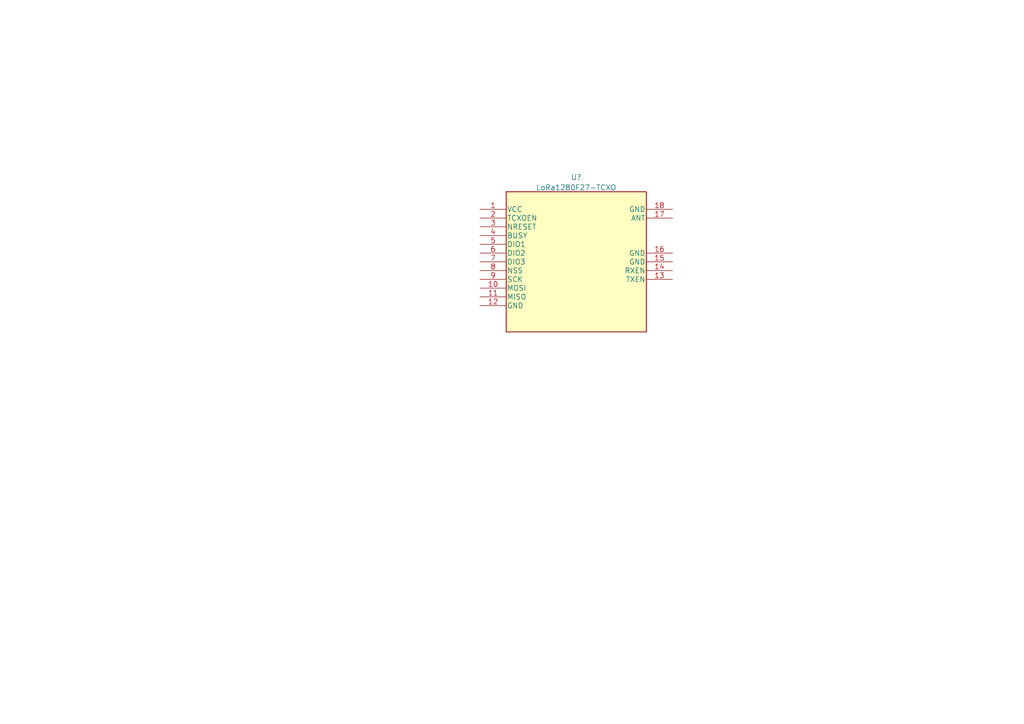
<source format=kicad_sch>
(kicad_sch (version 20211123) (generator eeschema)
  (paper "A4")
  (lib_symbols
    (symbol "SBandRadio:LoRa1280F27-TCXO" (pin_names (offset 0.254))
      (property "Reference" "U" (at 27.94 10.16 0))
      (property "Value" "LoRa1280F27-TCXO" (at 27.94 7.62 0))
      (symbol "LoRa1280F27-TCXO_1_1"
        (rectangle (start 7.62 5.08) (end 48.26 -35.56) (stroke (width 0.254)) (fill (type background)))
        (pin power_in line (at 0 0 0) (length 7.62) (name "VCC") (number "1"))
        (pin input line (at 0 -22.86 0) (length 7.62) (name "MOSI") (number "10"))
        (pin output line (at 0 -25.4 0) (length 7.62) (name "MISO") (number "11"))
        (pin power_in line (at 0 -27.94 0) (length 7.62) (name "GND") (number "12"))
        (pin input line (at 55.88 -20.32 180) (length 7.62) (name "TXEN") (number "13"))
        (pin input line (at 55.88 -17.78 180) (length 7.62) (name "RXEN") (number "14"))
        (pin power_in line (at 55.88 -15.24 180) (length 7.62) (name "GND") (number "15"))
        (pin power_in line (at 55.88 -12.7 180) (length 7.62) (name "GND") (number "16"))
        (pin bidirectional line (at 55.88 -2.54 180) (length 7.62) (name "ANT") (number "17"))
        (pin power_in line (at 55.88 0 180) (length 7.62) (name "GND") (number "18"))
        (pin input line (at 0 -2.54 0) (length 7.62) (name "TCXOEN") (number "2"))
        (pin input line (at 0 -5.08 0) (length 7.62) (name "NRESET") (number "3"))
        (pin output line (at 0 -7.62 0) (length 7.62) (name "BUSY") (number "4"))
        (pin bidirectional line (at 0 -10.16 0) (length 7.62) (name "DIO1") (number "5"))
        (pin bidirectional line (at 0 -12.7 0) (length 7.62) (name "DIO2") (number "6"))
        (pin bidirectional line (at 0 -15.24 0) (length 7.62) (name "DIO3") (number "7"))
        (pin input line (at 0 -17.78 0) (length 7.62) (name "NSS") (number "8"))
        (pin input line (at 0 -20.32 0) (length 7.62) (name "SCK") (number "9"))
      )
    )
  )
  (symbol (lib_id "SBandRadio:LoRa1280F27-TCXO") (at 139.192 60.706 0) (unit 1)
    (property "Reference" "U?" (at 167.132 51.4149 0) (effects (font (size 1.524 1.524))))
    (property "Value" "LoRa1280F27-TCXO" (at 167.132 54.4083 0) (effects (font (size 1.524 1.524))))
    (property "Footprint" "Module" (effects hide))
  )
)
</source>
